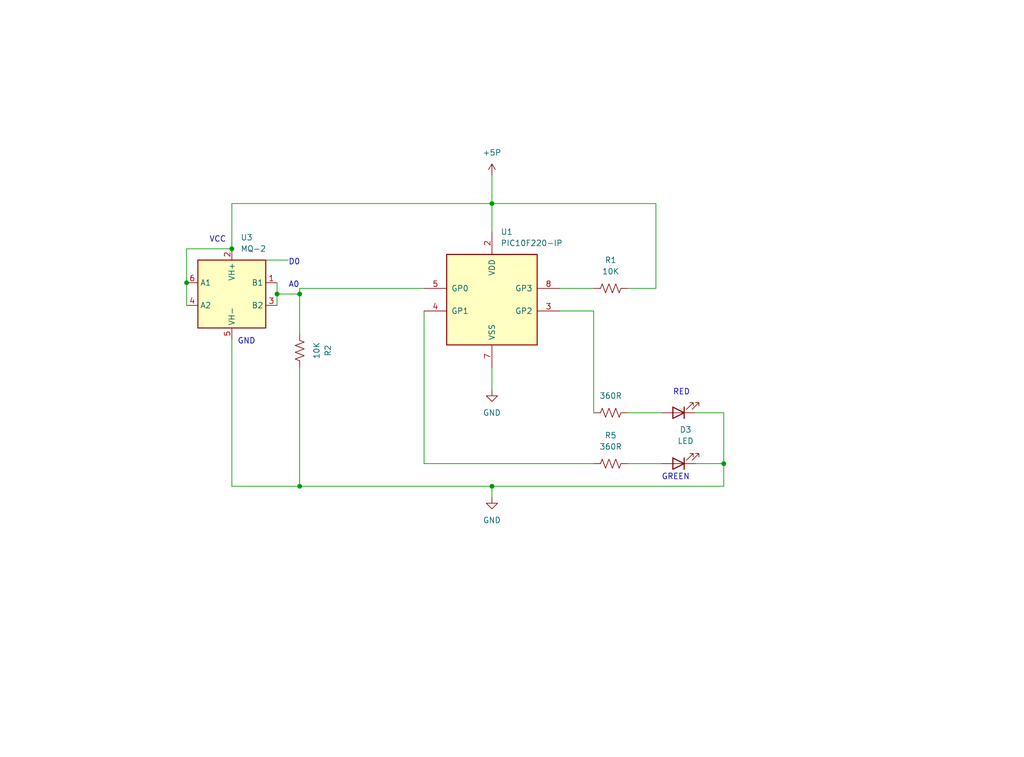
<source format=kicad_sch>
(kicad_sch (version 20230121) (generator eeschema)
  (paper "User" 229.997 170.002)
  (title_block (title "PIC10F220 with MQ-2 GAS SENSOR  and LED") (company "Ricardo Lima Caratti"))
  (lib_symbols
    (symbol "Device:LED" (pin_numbers hide) (pin_names (offset 1.016) hide)
      (property "Reference" "D" (at 0 2.54 0))
      (property "Value" "LED" (at 0 -2.54 0))
      (symbol "LED_0_1"
        (polyline (pts (xy -1.27 -1.27) (xy -1.27 1.27)) (stroke (width 0.254)))
        (polyline (pts (xy -1.27 0) (xy 1.27 0)))
        (polyline (pts (xy 1.27 -1.27) (xy 1.27 1.27) (xy -1.27 0) (xy 1.27 -1.27)) (stroke (width 0.254)))
        (polyline (pts (xy -3.048 -0.762) (xy -4.572 -2.286) (xy -3.81 -2.286) (xy -4.572 -2.286) (xy -4.572 -1.524)))
        (polyline (pts (xy -1.778 -0.762) (xy -3.302 -2.286) (xy -2.54 -2.286) (xy -3.302 -2.286) (xy -3.302 -1.524)))
      )
      (symbol "LED_1_1"
        (pin passive line (at -3.81 0 0) (length 2.54) (name "K") (number "1"))
        (pin passive line (at 3.81 0 180) (length 2.54) (name "A") (number "2"))
      )
    )
    (symbol "Device:R_US" (pin_numbers hide) (pin_names (offset 0))
      (property "Reference" "R" (at 2.54 0 90))
      (property "Value" "R_US" (at -2.54 0 90))
      (symbol "R_US_0_1"
        (polyline (pts (xy 0 -2.286) (xy 0 -2.54)))
        (polyline (pts (xy 0 2.286) (xy 0 2.54)))
        (polyline (pts (xy 0 -0.762) (xy 1.016 -1.143) (xy 0 -1.524) (xy -1.016 -1.905) (xy 0 -2.286)))
        (polyline (pts (xy 0 0.762) (xy 1.016 0.381) (xy 0 0) (xy -1.016 -0.381) (xy 0 -0.762)))
        (polyline (pts (xy 0 2.286) (xy 1.016 1.905) (xy 0 1.524) (xy -1.016 1.143) (xy 0 0.762)))
      )
      (symbol "R_US_1_1"
        (pin passive line (at 0 3.81 270) (length 1.27) (name "~") (number "1"))
        (pin passive line (at 0 -3.81 90) (length 1.27) (name "~") (number "2"))
      )
    )
    (symbol "MCU_Microchip_PIC10:PIC10F220-IP" (pin_names (offset 1.016))
      (property "Reference" "U" (at 1.27 13.97 0))
      (property "Value" "PIC10F220-IP" (at 1.27 11.43 0))
      (symbol "PIC10F220-IP_0_1"
        (rectangle (start -10.16 10.16) (end 10.16 -10.16) (stroke (width 0.254)) (fill (type background)))
      )
      (symbol "PIC10F220-IP_1_1"
        (pin power_in line (at 0 15.24 270) (length 5.08) (name "VDD") (number "2"))
        (pin bidirectional line (at 15.24 -2.54 180) (length 5.08) (name "GP2") (number "3"))
        (pin bidirectional line (at -15.24 -2.54 0) (length 5.08) (name "GP1") (number "4"))
        (pin bidirectional line (at -15.24 2.54 0) (length 5.08) (name "GP0") (number "5"))
        (pin power_in line (at 0 -15.24 90) (length 5.08) (name "VSS") (number "7"))
        (pin input line (at 15.24 2.54 180) (length 5.08) (name "GP3") (number "8"))
      )
    )
    (symbol "Sensor_Gas:MQ-6"
      (property "Reference" "U" (at -6.35 8.89 0))
      (property "Value" "MQ-6" (at 3.81 8.89 0))
      (symbol "MQ-6_0_1"
        (rectangle (start -7.62 7.62) (end 7.62 -7.62) (stroke (width 0.254)) (fill (type background)))
      )
      (symbol "MQ-6_1_1"
        (pin passive line (at 10.16 2.54 180) (length 2.54) (name "B1") (number "1"))
        (pin power_in line (at 0 10.16 270) (length 2.54) (name "VH+") (number "2"))
        (pin passive line (at 10.16 -2.54 180) (length 2.54) (name "B2") (number "3"))
        (pin passive line (at -10.16 -2.54 0) (length 2.54) (name "A2") (number "4"))
        (pin power_in line (at 0 -10.16 90) (length 2.54) (name "VH-") (number "5"))
        (pin passive line (at -10.16 2.54 0) (length 2.54) (name "A1") (number "6"))
      )
    )
    (symbol "power:+5P" (power) (pin_names (offset 0))
      (property "Value" "+5P" (at 0 3.556 0))
      (symbol "+5P_0_1"
        (polyline (pts (xy -0.762 1.27) (xy 0 2.54)))
        (polyline (pts (xy 0 0) (xy 0 2.54)))
        (polyline (pts (xy 0 2.54) (xy 0.762 1.27)))
      )
      (symbol "+5P_1_1"
        (pin power_in line (at 0 0 90) (length 0) hide (name "+5P") (number "1"))
      )
    )
    (symbol "power:GND" (power) (pin_names (offset 0))
      (property "Value" "GND" (at 0 -3.81 0))
      (symbol "GND_0_1"
        (polyline (pts (xy 0 0) (xy 0 -1.27) (xy 1.27 -1.27) (xy 0 -2.54) (xy -1.27 -1.27) (xy 0 -1.27)))
      )
      (symbol "GND_1_1"
        (pin power_in line (at 0 0 270) (length 0) hide (name "GND") (number "1"))
      )
    )
  )
  (junction (at 62.23 66.04))
  (junction (at 67.31 66.04))
  (junction (at 162.56 104.14))
  (junction (at 110.49 109.22))
  (junction (at 110.49 45.72))
  (junction (at 52.07 55.88))
  (junction (at 41.91 63.5))
  (junction (at 67.31 109.22))
  (wire (pts (xy 67.31 64.77) (xy 95.25 64.77)))
  (wire (pts (xy 110.49 45.72) (xy 110.49 52.07)))
  (wire (pts (xy 62.23 66.04) (xy 67.31 66.04)))
  (wire (pts (xy 62.23 66.04) (xy 62.23 68.58)))
  (wire (pts (xy 67.31 74.93) (xy 67.31 66.04)))
  (wire (pts (xy 156.21 92.71) (xy 162.56 92.71)))
  (wire (pts (xy 133.35 69.85) (xy 133.35 92.71)))
  (wire (pts (xy 52.07 76.2) (xy 52.07 109.22)))
  (wire (pts (xy 110.49 109.22) (xy 162.56 109.22)))
  (wire (pts (xy 52.07 45.72) (xy 110.49 45.72)))
  (wire (pts (xy 133.35 104.14) (xy 95.25 104.14)))
  (wire (pts (xy 147.32 45.72) (xy 110.49 45.72)))
  (wire (pts (xy 67.31 109.22) (xy 110.49 109.22)))
  (wire (pts (xy 52.07 55.88) (xy 52.07 45.72)))
  (wire (pts (xy 59.69 58.42) (xy 64.77 58.42)))
  (wire (pts (xy 125.73 64.77) (xy 133.35 64.77)))
  (wire (pts (xy 140.97 104.14) (xy 148.59 104.14)))
  (wire (pts (xy 52.07 109.22) (xy 67.31 109.22)))
  (wire (pts (xy 140.97 92.71) (xy 148.59 92.71)))
  (wire (pts (xy 110.49 39.37) (xy 110.49 45.72)))
  (wire (pts (xy 110.49 109.22) (xy 110.49 111.76)))
  (wire (pts (xy 162.56 92.71) (xy 162.56 104.14)))
  (wire (pts (xy 41.91 55.88) (xy 41.91 63.5)))
  (wire (pts (xy 67.31 82.55) (xy 67.31 109.22)))
  (wire (pts (xy 41.91 55.88) (xy 52.07 55.88)))
  (wire (pts (xy 62.23 63.5) (xy 62.23 66.04)))
  (wire (pts (xy 162.56 109.22) (xy 162.56 104.14)))
  (wire (pts (xy 140.97 64.77) (xy 147.32 64.77)))
  (wire (pts (xy 147.32 64.77) (xy 147.32 45.72)))
  (wire (pts (xy 41.91 63.5) (xy 41.91 68.58)))
  (wire (pts (xy 67.31 64.77) (xy 67.31 66.04)))
  (wire (pts (xy 110.49 82.55) (xy 110.49 87.63)))
  (wire (pts (xy 125.73 69.85) (xy 133.35 69.85)))
  (wire (pts (xy 95.25 69.85) (xy 95.25 104.14)))
  (wire (pts (xy 156.21 104.14) (xy 162.56 104.14)))
  (text "D0" (at 64.77 59.69 0) (effects (font (size 1.27 1.27)) (justify left bottom)))
  (text "A0" (at 64.77 64.77 0) (effects (font (size 1.27 1.27)) (justify left bottom)))
  (text "VCC" (at 46.99 54.61 0) (effects (font (size 1.27 1.27)) (justify left bottom)))
  (text "GREEN" (at 148.59 107.95 0) (effects (font (size 1.27 1.27)) (justify left bottom)))
  (text "GND" (at 53.34 77.47 0) (effects (font (size 1.27 1.27)) (justify left bottom)))
  (text "RED" (at 151.13 88.9 0) (effects (font (size 1.27 1.27)) (justify left bottom)))
  (symbol (lib_id "Device:LED") (at 152.4 92.71 180) (unit 1)
    (property "Reference" "D2" (effects hide))
    (property "Value" "LED" (effects hide))
  )
  (symbol (lib_id "Device:R_US") (at 137.16 64.77 90) (unit 1)
    (property "Reference" "R1" (at 137.16 58.42 90))
    (property "Value" "10K" (at 137.16 60.96 90))
  )
  (symbol (lib_id "Sensor_Gas:MQ-6") (at 52.07 66.04 0) (unit 1)
    (property "Reference" "U3" (at 54.0259 53.34 0) (effects (justify left)))
    (property "Value" "MQ-2" (at 54.0259 55.88 0) (effects (justify left)))
    (property "Footprint" "Sensor:MQ-6" (effects hide))
    (property "Datasheet" "https://www.winsen-sensor.com/d/files/semiconductor/mq-6.pdf" (effects hide))
  )
  (symbol (lib_id "power:GND") (at 110.49 111.76 0) (unit 1)
    (property "Reference" "#PWR03" (effects hide))
    (property "Value" "GND" (at 110.49 116.84 0))
  )
  (symbol (lib_id "power:+5P") (at 110.49 39.37 0) (unit 1)
    (property "Reference" "#PWR01" (effects hide))
    (property "Value" "+5P" (at 110.49 34.29 0))
  )
  (symbol (lib_id "Device:R_US") (at 137.16 92.71 90) (unit 1)
    (property "Reference" "R4" (effects hide))
    (property "Value" "360R" (at 137.16 88.9 90))
  )
  (symbol (lib_id "Device:R_US") (at 137.16 104.14 90) (unit 1)
    (property "Reference" "R5" (at 137.16 97.79 90))
    (property "Value" "360R" (at 137.16 100.33 90))
  )
  (symbol (lib_id "power:GND") (at 110.49 87.63 0) (unit 1)
    (property "Reference" "#PWR02" (effects hide))
    (property "Value" "GND" (at 110.49 92.71 0))
  )
  (symbol (lib_id "Device:R_US") (at 67.31 78.74 0) (unit 1)
    (property "Reference" "R2" (at 73.66 78.74 90))
    (property "Value" "10K" (at 71.12 78.74 90))
  )
  (symbol (lib_id "Device:LED") (at 152.4 104.14 180) (unit 1)
    (property "Reference" "D3" (at 153.9875 96.52 0))
    (property "Value" "LED" (at 153.9875 99.06 0))
  )
  (symbol (lib_id "MCU_Microchip_PIC10:PIC10F220-IP") (at 110.49 67.31 0) (unit 1)
    (property "Reference" "U1" (at 112.4459 52.07 0) (effects (justify left)))
    (property "Value" "PIC10F220-IP" (at 112.4459 54.61 0) (effects (justify left)))
    (property "Footprint" "Package_DIP:DIP-8_W7.62mm" (effects hide))
    (property "Datasheet" "http://ww1.microchip.com/downloads/en/DeviceDoc/41270E.pdf" (effects hide))
  )
)
</source>
